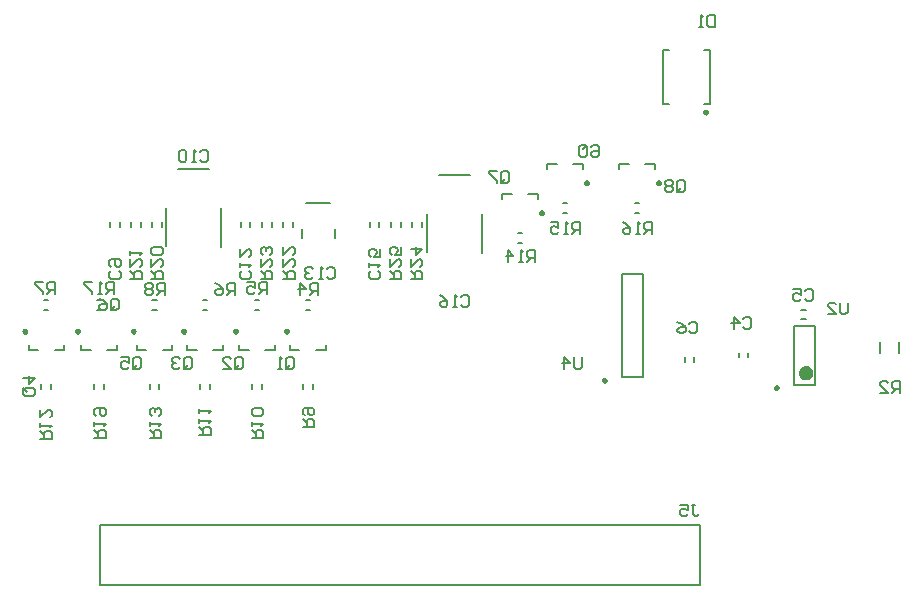
<source format=gbo>
%FSTAX23Y23*%
%MOIN*%
%SFA1B1*%

%IPPOS*%
%ADD10C,0.007870*%
%ADD17C,0.023620*%
%ADD51C,0.009840*%
%ADD52C,0.005910*%
%LNrpiadapterpcb-1*%
%LPD*%
G54D10*
X01551Y01195D02*
Y01325D01*
X0137Y01197D02*
Y01324D01*
X01409Y01454D02*
X01512D01*
X00681Y01215D02*
Y01345D01*
X005Y01217D02*
Y01344D01*
X00539Y01474D02*
X00642D01*
X01249Y01283D02*
Y01297D01*
X01281Y01283D02*
Y01297D01*
X01351Y01283D02*
Y01297D01*
X01319Y01283D02*
Y01297D01*
X00819Y01283D02*
Y01297D01*
X00851Y01283D02*
Y01297D01*
X00921Y01283D02*
Y01297D01*
X00889Y01283D02*
Y01297D01*
X00384Y01283D02*
Y01297D01*
X00416Y01283D02*
Y01297D01*
X00486Y01283D02*
Y01297D01*
X00454Y01283D02*
Y01297D01*
X00965Y01361D02*
X01047D01*
X01061Y01244D02*
Y01275D01*
X00951Y01244D02*
Y01275D01*
X0121Y01282D02*
Y01297D01*
X01179Y01282D02*
Y01297D01*
X0078Y01282D02*
Y01297D01*
X00749Y01282D02*
Y01297D01*
X00345Y01282D02*
Y01297D01*
X00314Y01282D02*
Y01297D01*
X02617Y00974D02*
X02632D01*
X02617Y01005D02*
X02632D01*
X0244Y00847D02*
Y00862D01*
X02409Y00847D02*
Y00862D01*
X00303Y00872D02*
X00335D01*
Y00888*
X00217Y00872D02*
X00248D01*
X00217D02*
Y00888D01*
X00454Y01038D02*
X00468D01*
X00454Y01006D02*
X00468D01*
X00269Y01038D02*
X00283D01*
X00269Y01006D02*
X00283D01*
X00093Y01038D02*
X00107D01*
X00093Y01006D02*
X00107D01*
X00622Y01038D02*
X00636D01*
X00622Y01006D02*
X00636D01*
X00796Y01038D02*
X0081D01*
X00796Y01006D02*
X0081D01*
X00965Y01038D02*
X00979D01*
X00965Y01006D02*
X00979D01*
X02019Y00783D02*
Y01126D01*
X0209Y00783D02*
Y01126D01*
X02019Y00783D02*
X0209D01*
X02019Y01126D02*
X0209D01*
X02229Y00832D02*
Y00847D01*
X0226Y00832D02*
Y00847D01*
X00279Y00087D02*
Y00287D01*
Y00087D02*
X02279D01*
X00279Y00287D02*
X02279D01*
Y00087D02*
Y00287D01*
X02313Y01691D02*
Y01872D01*
X02156Y01691D02*
Y01872D01*
X02293Y01691D02*
X02313D01*
X02293Y01872D02*
X02313D01*
X02156Y01691D02*
X02176D01*
X02156Y01872D02*
X02176D01*
X02063Y01361D02*
X02077D01*
X02063Y01329D02*
X02077D01*
X0201Y01492D02*
X02042D01*
X0201Y01476D02*
Y01492D01*
X02097D02*
X02129D01*
Y01476D02*
Y01492D01*
X01823Y01361D02*
X01837D01*
X01823Y01329D02*
X01837D01*
X0162Y01392D02*
X01652D01*
X0162Y01376D02*
Y01392D01*
X01707D02*
X01739D01*
Y01376D02*
Y01392D01*
X01673Y01261D02*
X01687D01*
X01673Y01229D02*
X01687D01*
X00787Y00743D02*
Y00757D01*
X00819Y00743D02*
Y00757D01*
X00956Y00743D02*
Y00757D01*
X00988Y00743D02*
Y00757D01*
X00613Y00743D02*
Y00757D01*
X00645Y00743D02*
Y00757D01*
X00084Y00743D02*
Y00757D01*
X00116Y00743D02*
Y00757D01*
X00445Y00743D02*
Y00757D01*
X00477Y00743D02*
Y00757D01*
X0026Y00743D02*
Y00757D01*
X00292Y00743D02*
Y00757D01*
X0177Y01492D02*
X01802D01*
X0177Y01476D02*
Y01492D01*
X01857D02*
X01889D01*
Y01476D02*
Y01492D01*
X00488Y00872D02*
X0052D01*
Y00888*
X00402Y00872D02*
X00433D01*
X00402D02*
Y00888D01*
X00128Y00872D02*
X00159D01*
Y00888*
X00041Y00872D02*
X00072D01*
X00041D02*
Y00888D01*
X00657Y00872D02*
X00688D01*
Y00888*
X0057Y00872D02*
X00602D01*
X0057D02*
Y00888D01*
X0083Y00872D02*
X00862D01*
Y00888*
X00743Y00872D02*
X00775D01*
X00743D02*
Y00888D01*
X00999Y00872D02*
X01031D01*
Y00888*
X00913Y00872D02*
X00944D01*
X00913D02*
Y00888D01*
X02592Y00953D02*
X02663D01*
X02592Y00756D02*
X02663D01*
Y00953*
X02592Y00756D02*
Y00953D01*
X02942Y00863D02*
Y00897D01*
X02878Y00863D02*
Y00897D01*
G54D17*
X02643Y00795D02*
D01*
X02643Y00796*
X02643Y00797*
X02643Y00798*
X02643Y00799*
X02642Y00799*
X02642Y008*
X02642Y00801*
X02641Y00802*
X02641Y00802*
X0264Y00803*
X0264Y00804*
X02639Y00804*
X02639Y00805*
X02638Y00805*
X02637Y00806*
X02636Y00806*
X02636Y00806*
X02635Y00807*
X02634Y00807*
X02633Y00807*
X02632Y00807*
X02632Y00807*
X02631*
X0263Y00807*
X02629Y00807*
X02628Y00807*
X02628Y00807*
X02627Y00806*
X02626Y00806*
X02625Y00806*
X02625Y00805*
X02624Y00805*
X02623Y00804*
X02623Y00804*
X02622Y00803*
X02622Y00802*
X02621Y00802*
X02621Y00801*
X0262Y008*
X0262Y00799*
X0262Y00799*
X0262Y00798*
X0262Y00797*
X02619Y00796*
X02619Y00795*
X02619Y00795*
X0262Y00794*
X0262Y00793*
X0262Y00792*
X0262Y00791*
X0262Y00791*
X02621Y0079*
X02621Y00789*
X02622Y00788*
X02622Y00788*
X02623Y00787*
X02623Y00787*
X02624Y00786*
X02625Y00786*
X02625Y00785*
X02626Y00785*
X02627Y00784*
X02628Y00784*
X02628Y00784*
X02629Y00784*
X0263Y00784*
X02631Y00784*
X02632*
X02632Y00784*
X02633Y00784*
X02634Y00784*
X02635Y00784*
X02636Y00784*
X02636Y00785*
X02637Y00785*
X02638Y00786*
X02639Y00786*
X02639Y00787*
X0264Y00787*
X0264Y00788*
X02641Y00788*
X02641Y00789*
X02642Y0079*
X02642Y00791*
X02642Y00791*
X02643Y00792*
X02643Y00793*
X02643Y00794*
X02643Y00795*
X02643Y00795*
G54D51*
X0021Y00935D02*
D01*
X0021Y00935*
X0021Y00936*
X0021Y00936*
X0021Y00936*
X00209Y00937*
X00209Y00937*
X00209Y00937*
X00209Y00938*
X00209Y00938*
X00209Y00938*
X00208Y00938*
X00208Y00939*
X00208Y00939*
X00208Y00939*
X00207Y00939*
X00207Y00939*
X00207Y00939*
X00206Y0094*
X00206Y0094*
X00206Y0094*
X00205Y0094*
X00205Y0094*
X00205*
X00204Y0094*
X00204Y0094*
X00204Y0094*
X00203Y0094*
X00203Y00939*
X00203Y00939*
X00202Y00939*
X00202Y00939*
X00202Y00939*
X00202Y00939*
X00201Y00938*
X00201Y00938*
X00201Y00938*
X00201Y00938*
X002Y00937*
X002Y00937*
X002Y00937*
X002Y00936*
X002Y00936*
X002Y00936*
X002Y00935*
X002Y00935*
X002Y00935*
X002Y00934*
X002Y00934*
X002Y00934*
X002Y00933*
X002Y00933*
X002Y00933*
X00201Y00932*
X00201Y00932*
X00201Y00932*
X00201Y00932*
X00202Y00931*
X00202Y00931*
X00202Y00931*
X00202Y00931*
X00203Y00931*
X00203Y0093*
X00203Y0093*
X00204Y0093*
X00204Y0093*
X00204Y0093*
X00205Y0093*
X00205*
X00205Y0093*
X00206Y0093*
X00206Y0093*
X00206Y0093*
X00207Y0093*
X00207Y00931*
X00207Y00931*
X00208Y00931*
X00208Y00931*
X00208Y00931*
X00208Y00932*
X00209Y00932*
X00209Y00932*
X00209Y00932*
X00209Y00933*
X00209Y00933*
X00209Y00933*
X0021Y00934*
X0021Y00934*
X0021Y00934*
X0021Y00935*
X0021Y00935*
X01965Y00771D02*
D01*
X01965Y00771*
X01965Y00772*
X01965Y00772*
X01965Y00772*
X01965Y00773*
X01965Y00773*
X01964Y00773*
X01964Y00774*
X01964Y00774*
X01964Y00774*
X01964Y00774*
X01963Y00775*
X01963Y00775*
X01963Y00775*
X01962Y00775*
X01962Y00775*
X01962Y00776*
X01962Y00776*
X01961Y00776*
X01961Y00776*
X01961Y00776*
X0196Y00776*
X0196*
X01959Y00776*
X01959Y00776*
X01959Y00776*
X01958Y00776*
X01958Y00776*
X01958Y00775*
X01958Y00775*
X01957Y00775*
X01957Y00775*
X01957Y00775*
X01956Y00774*
X01956Y00774*
X01956Y00774*
X01956Y00774*
X01956Y00773*
X01956Y00773*
X01955Y00773*
X01955Y00772*
X01955Y00772*
X01955Y00772*
X01955Y00771*
X01955Y00771*
X01955Y00771*
X01955Y0077*
X01955Y0077*
X01955Y0077*
X01955Y00769*
X01956Y00769*
X01956Y00769*
X01956Y00768*
X01956Y00768*
X01956Y00768*
X01956Y00768*
X01957Y00767*
X01957Y00767*
X01957Y00767*
X01958Y00767*
X01958Y00767*
X01958Y00766*
X01958Y00766*
X01959Y00766*
X01959Y00766*
X01959Y00766*
X0196Y00766*
X0196*
X01961Y00766*
X01961Y00766*
X01961Y00766*
X01962Y00766*
X01962Y00766*
X01962Y00767*
X01962Y00767*
X01963Y00767*
X01963Y00767*
X01963Y00767*
X01964Y00768*
X01964Y00768*
X01964Y00768*
X01964Y00768*
X01964Y00769*
X01965Y00769*
X01965Y00769*
X01965Y0077*
X01965Y0077*
X01965Y0077*
X01965Y00771*
X01965Y00771*
X02304Y01665D02*
D01*
X02304Y01666*
X02304Y01666*
X02304Y01666*
X02304Y01667*
X02304Y01667*
X02303Y01667*
X02303Y01668*
X02303Y01668*
X02303Y01668*
X02303Y01668*
X02302Y01669*
X02302Y01669*
X02302Y01669*
X02302Y01669*
X02301Y0167*
X02301Y0167*
X02301Y0167*
X023Y0167*
X023Y0167*
X023Y0167*
X02299Y0167*
X02299Y0167*
X02299*
X02298Y0167*
X02298Y0167*
X02298Y0167*
X02297Y0167*
X02297Y0167*
X02297Y0167*
X02296Y0167*
X02296Y01669*
X02296Y01669*
X02296Y01669*
X02295Y01669*
X02295Y01668*
X02295Y01668*
X02295Y01668*
X02295Y01668*
X02294Y01667*
X02294Y01667*
X02294Y01667*
X02294Y01666*
X02294Y01666*
X02294Y01666*
X02294Y01665*
X02294Y01665*
X02294Y01665*
X02294Y01664*
X02294Y01664*
X02294Y01664*
X02294Y01663*
X02295Y01663*
X02295Y01663*
X02295Y01662*
X02295Y01662*
X02295Y01662*
X02296Y01662*
X02296Y01661*
X02296Y01661*
X02296Y01661*
X02297Y01661*
X02297Y01661*
X02297Y01661*
X02298Y01661*
X02298Y0166*
X02298Y0166*
X02299Y0166*
X02299*
X02299Y0166*
X023Y0166*
X023Y01661*
X023Y01661*
X02301Y01661*
X02301Y01661*
X02301Y01661*
X02302Y01661*
X02302Y01661*
X02302Y01662*
X02302Y01662*
X02303Y01662*
X02303Y01662*
X02303Y01663*
X02303Y01663*
X02303Y01663*
X02304Y01664*
X02304Y01664*
X02304Y01664*
X02304Y01665*
X02304Y01665*
X02304Y01665*
X02145Y01429D02*
D01*
X02145Y01429*
X02145Y0143*
X02145Y0143*
X02145Y0143*
X02145Y01431*
X02145Y01431*
X02145Y01431*
X02145Y01432*
X02144Y01432*
X02144Y01432*
X02144Y01432*
X02144Y01433*
X02143Y01433*
X02143Y01433*
X02143Y01433*
X02143Y01433*
X02142Y01434*
X02142Y01434*
X02142Y01434*
X02141Y01434*
X02141Y01434*
X02141Y01434*
X0214*
X0214Y01434*
X0214Y01434*
X02139Y01434*
X02139Y01434*
X02139Y01434*
X02138Y01433*
X02138Y01433*
X02138Y01433*
X02137Y01433*
X02137Y01433*
X02137Y01432*
X02137Y01432*
X02136Y01432*
X02136Y01432*
X02136Y01431*
X02136Y01431*
X02136Y01431*
X02136Y0143*
X02136Y0143*
X02135Y0143*
X02135Y01429*
X02135Y01429*
X02135Y01429*
X02135Y01428*
X02136Y01428*
X02136Y01428*
X02136Y01427*
X02136Y01427*
X02136Y01427*
X02136Y01426*
X02136Y01426*
X02137Y01426*
X02137Y01426*
X02137Y01425*
X02137Y01425*
X02138Y01425*
X02138Y01425*
X02138Y01425*
X02139Y01425*
X02139Y01424*
X02139Y01424*
X0214Y01424*
X0214Y01424*
X0214Y01424*
X02141*
X02141Y01424*
X02141Y01424*
X02142Y01424*
X02142Y01424*
X02142Y01425*
X02143Y01425*
X02143Y01425*
X02143Y01425*
X02143Y01425*
X02144Y01425*
X02144Y01426*
X02144Y01426*
X02144Y01426*
X02145Y01426*
X02145Y01427*
X02145Y01427*
X02145Y01427*
X02145Y01428*
X02145Y01428*
X02145Y01428*
X02145Y01429*
X02145Y01429*
X01755Y01329D02*
D01*
X01755Y01329*
X01755Y0133*
X01755Y0133*
X01755Y0133*
X01755Y01331*
X01755Y01331*
X01755Y01331*
X01755Y01332*
X01754Y01332*
X01754Y01332*
X01754Y01332*
X01754Y01333*
X01753Y01333*
X01753Y01333*
X01753Y01333*
X01753Y01333*
X01752Y01334*
X01752Y01334*
X01752Y01334*
X01751Y01334*
X01751Y01334*
X01751Y01334*
X0175*
X0175Y01334*
X0175Y01334*
X01749Y01334*
X01749Y01334*
X01749Y01334*
X01748Y01333*
X01748Y01333*
X01748Y01333*
X01747Y01333*
X01747Y01333*
X01747Y01332*
X01747Y01332*
X01746Y01332*
X01746Y01332*
X01746Y01331*
X01746Y01331*
X01746Y01331*
X01746Y0133*
X01746Y0133*
X01745Y0133*
X01745Y01329*
X01745Y01329*
X01745Y01329*
X01745Y01328*
X01746Y01328*
X01746Y01328*
X01746Y01327*
X01746Y01327*
X01746Y01327*
X01746Y01326*
X01746Y01326*
X01747Y01326*
X01747Y01326*
X01747Y01325*
X01747Y01325*
X01748Y01325*
X01748Y01325*
X01748Y01325*
X01749Y01325*
X01749Y01324*
X01749Y01324*
X0175Y01324*
X0175Y01324*
X0175Y01324*
X01751*
X01751Y01324*
X01751Y01324*
X01752Y01324*
X01752Y01324*
X01752Y01325*
X01753Y01325*
X01753Y01325*
X01753Y01325*
X01753Y01325*
X01754Y01325*
X01754Y01326*
X01754Y01326*
X01754Y01326*
X01755Y01326*
X01755Y01327*
X01755Y01327*
X01755Y01327*
X01755Y01328*
X01755Y01328*
X01755Y01328*
X01755Y01329*
X01755Y01329*
X01905Y01429D02*
D01*
X01905Y01429*
X01905Y0143*
X01905Y0143*
X01905Y0143*
X01905Y01431*
X01905Y01431*
X01905Y01431*
X01905Y01432*
X01904Y01432*
X01904Y01432*
X01904Y01432*
X01904Y01433*
X01903Y01433*
X01903Y01433*
X01903Y01433*
X01903Y01433*
X01902Y01434*
X01902Y01434*
X01902Y01434*
X01901Y01434*
X01901Y01434*
X01901Y01434*
X019*
X019Y01434*
X019Y01434*
X01899Y01434*
X01899Y01434*
X01899Y01434*
X01898Y01433*
X01898Y01433*
X01898Y01433*
X01897Y01433*
X01897Y01433*
X01897Y01432*
X01897Y01432*
X01896Y01432*
X01896Y01432*
X01896Y01431*
X01896Y01431*
X01896Y01431*
X01896Y0143*
X01896Y0143*
X01895Y0143*
X01895Y01429*
X01895Y01429*
X01895Y01429*
X01895Y01428*
X01896Y01428*
X01896Y01428*
X01896Y01427*
X01896Y01427*
X01896Y01427*
X01896Y01426*
X01896Y01426*
X01897Y01426*
X01897Y01426*
X01897Y01425*
X01897Y01425*
X01898Y01425*
X01898Y01425*
X01898Y01425*
X01899Y01425*
X01899Y01424*
X01899Y01424*
X019Y01424*
X019Y01424*
X019Y01424*
X01901*
X01901Y01424*
X01901Y01424*
X01902Y01424*
X01902Y01424*
X01902Y01425*
X01903Y01425*
X01903Y01425*
X01903Y01425*
X01903Y01425*
X01904Y01425*
X01904Y01426*
X01904Y01426*
X01904Y01426*
X01905Y01426*
X01905Y01427*
X01905Y01427*
X01905Y01427*
X01905Y01428*
X01905Y01428*
X01905Y01428*
X01905Y01429*
X01905Y01429*
X00395Y00935D02*
D01*
X00395Y00935*
X00395Y00936*
X00395Y00936*
X00395Y00936*
X00394Y00937*
X00394Y00937*
X00394Y00937*
X00394Y00938*
X00394Y00938*
X00394Y00938*
X00393Y00938*
X00393Y00939*
X00393Y00939*
X00393Y00939*
X00392Y00939*
X00392Y00939*
X00392Y00939*
X00391Y0094*
X00391Y0094*
X00391Y0094*
X0039Y0094*
X0039Y0094*
X0039*
X00389Y0094*
X00389Y0094*
X00389Y0094*
X00388Y0094*
X00388Y00939*
X00388Y00939*
X00387Y00939*
X00387Y00939*
X00387Y00939*
X00387Y00939*
X00386Y00938*
X00386Y00938*
X00386Y00938*
X00386Y00938*
X00386Y00937*
X00385Y00937*
X00385Y00937*
X00385Y00936*
X00385Y00936*
X00385Y00936*
X00385Y00935*
X00385Y00935*
X00385Y00935*
X00385Y00934*
X00385Y00934*
X00385Y00934*
X00385Y00933*
X00385Y00933*
X00386Y00933*
X00386Y00932*
X00386Y00932*
X00386Y00932*
X00386Y00932*
X00387Y00931*
X00387Y00931*
X00387Y00931*
X00387Y00931*
X00388Y00931*
X00388Y0093*
X00388Y0093*
X00389Y0093*
X00389Y0093*
X00389Y0093*
X0039Y0093*
X0039*
X0039Y0093*
X00391Y0093*
X00391Y0093*
X00391Y0093*
X00392Y0093*
X00392Y00931*
X00392Y00931*
X00393Y00931*
X00393Y00931*
X00393Y00931*
X00393Y00932*
X00394Y00932*
X00394Y00932*
X00394Y00932*
X00394Y00933*
X00394Y00933*
X00394Y00933*
X00395Y00934*
X00395Y00934*
X00395Y00934*
X00395Y00935*
X00395Y00935*
X00034D02*
D01*
X00034Y00935*
X00034Y00936*
X00034Y00936*
X00034Y00936*
X00034Y00937*
X00034Y00937*
X00033Y00937*
X00033Y00938*
X00033Y00938*
X00033Y00938*
X00033Y00938*
X00032Y00939*
X00032Y00939*
X00032Y00939*
X00032Y00939*
X00031Y00939*
X00031Y00939*
X00031Y0094*
X0003Y0094*
X0003Y0094*
X0003Y0094*
X00029Y0094*
X00029*
X00029Y0094*
X00028Y0094*
X00028Y0094*
X00028Y0094*
X00027Y00939*
X00027Y00939*
X00027Y00939*
X00026Y00939*
X00026Y00939*
X00026Y00939*
X00026Y00938*
X00025Y00938*
X00025Y00938*
X00025Y00938*
X00025Y00937*
X00025Y00937*
X00025Y00937*
X00024Y00936*
X00024Y00936*
X00024Y00936*
X00024Y00935*
X00024Y00935*
X00024Y00935*
X00024Y00934*
X00024Y00934*
X00024Y00934*
X00025Y00933*
X00025Y00933*
X00025Y00933*
X00025Y00932*
X00025Y00932*
X00025Y00932*
X00026Y00932*
X00026Y00931*
X00026Y00931*
X00026Y00931*
X00027Y00931*
X00027Y00931*
X00027Y0093*
X00028Y0093*
X00028Y0093*
X00028Y0093*
X00029Y0093*
X00029Y0093*
X00029*
X0003Y0093*
X0003Y0093*
X0003Y0093*
X00031Y0093*
X00031Y0093*
X00031Y00931*
X00032Y00931*
X00032Y00931*
X00032Y00931*
X00032Y00931*
X00033Y00932*
X00033Y00932*
X00033Y00932*
X00033Y00932*
X00033Y00933*
X00034Y00933*
X00034Y00933*
X00034Y00934*
X00034Y00934*
X00034Y00934*
X00034Y00935*
X00034Y00935*
X00563D02*
D01*
X00563Y00935*
X00563Y00936*
X00563Y00936*
X00563Y00936*
X00563Y00937*
X00563Y00937*
X00563Y00937*
X00563Y00938*
X00562Y00938*
X00562Y00938*
X00562Y00938*
X00562Y00939*
X00561Y00939*
X00561Y00939*
X00561Y00939*
X00561Y00939*
X0056Y00939*
X0056Y0094*
X0056Y0094*
X00559Y0094*
X00559Y0094*
X00559Y0094*
X00558*
X00558Y0094*
X00558Y0094*
X00557Y0094*
X00557Y0094*
X00557Y00939*
X00556Y00939*
X00556Y00939*
X00556Y00939*
X00555Y00939*
X00555Y00939*
X00555Y00938*
X00555Y00938*
X00554Y00938*
X00554Y00938*
X00554Y00937*
X00554Y00937*
X00554Y00937*
X00554Y00936*
X00554Y00936*
X00554Y00936*
X00554Y00935*
X00554Y00935*
X00554Y00935*
X00554Y00934*
X00554Y00934*
X00554Y00934*
X00554Y00933*
X00554Y00933*
X00554Y00933*
X00554Y00932*
X00554Y00932*
X00555Y00932*
X00555Y00932*
X00555Y00931*
X00555Y00931*
X00556Y00931*
X00556Y00931*
X00556Y00931*
X00557Y0093*
X00557Y0093*
X00557Y0093*
X00558Y0093*
X00558Y0093*
X00558Y0093*
X00559*
X00559Y0093*
X00559Y0093*
X0056Y0093*
X0056Y0093*
X0056Y0093*
X00561Y00931*
X00561Y00931*
X00561Y00931*
X00561Y00931*
X00562Y00931*
X00562Y00932*
X00562Y00932*
X00562Y00932*
X00563Y00932*
X00563Y00933*
X00563Y00933*
X00563Y00933*
X00563Y00934*
X00563Y00934*
X00563Y00934*
X00563Y00935*
X00563Y00935*
X00737D02*
D01*
X00737Y00935*
X00737Y00936*
X00736Y00936*
X00736Y00936*
X00736Y00937*
X00736Y00937*
X00736Y00937*
X00736Y00938*
X00736Y00938*
X00735Y00938*
X00735Y00938*
X00735Y00939*
X00735Y00939*
X00734Y00939*
X00734Y00939*
X00734Y00939*
X00734Y00939*
X00733Y0094*
X00733Y0094*
X00733Y0094*
X00732Y0094*
X00732Y0094*
X00731*
X00731Y0094*
X00731Y0094*
X0073Y0094*
X0073Y0094*
X0073Y00939*
X0073Y00939*
X00729Y00939*
X00729Y00939*
X00729Y00939*
X00728Y00939*
X00728Y00938*
X00728Y00938*
X00728Y00938*
X00727Y00938*
X00727Y00937*
X00727Y00937*
X00727Y00937*
X00727Y00936*
X00727Y00936*
X00727Y00936*
X00727Y00935*
X00727Y00935*
X00727Y00935*
X00727Y00934*
X00727Y00934*
X00727Y00934*
X00727Y00933*
X00727Y00933*
X00727Y00933*
X00727Y00932*
X00728Y00932*
X00728Y00932*
X00728Y00932*
X00728Y00931*
X00729Y00931*
X00729Y00931*
X00729Y00931*
X0073Y00931*
X0073Y0093*
X0073Y0093*
X0073Y0093*
X00731Y0093*
X00731Y0093*
X00731Y0093*
X00732*
X00732Y0093*
X00733Y0093*
X00733Y0093*
X00733Y0093*
X00734Y0093*
X00734Y00931*
X00734Y00931*
X00734Y00931*
X00735Y00931*
X00735Y00931*
X00735Y00932*
X00735Y00932*
X00736Y00932*
X00736Y00932*
X00736Y00933*
X00736Y00933*
X00736Y00933*
X00736Y00934*
X00736Y00934*
X00737Y00934*
X00737Y00935*
X00737Y00935*
X00906D02*
D01*
X00906Y00935*
X00906Y00936*
X00906Y00936*
X00906Y00936*
X00906Y00937*
X00905Y00937*
X00905Y00937*
X00905Y00938*
X00905Y00938*
X00905Y00938*
X00904Y00938*
X00904Y00939*
X00904Y00939*
X00904Y00939*
X00903Y00939*
X00903Y00939*
X00903Y00939*
X00902Y0094*
X00902Y0094*
X00902Y0094*
X00901Y0094*
X00901Y0094*
X00901*
X009Y0094*
X009Y0094*
X009Y0094*
X00899Y0094*
X00899Y00939*
X00899Y00939*
X00899Y00939*
X00898Y00939*
X00898Y00939*
X00898Y00939*
X00897Y00938*
X00897Y00938*
X00897Y00938*
X00897Y00938*
X00897Y00937*
X00896Y00937*
X00896Y00937*
X00896Y00936*
X00896Y00936*
X00896Y00936*
X00896Y00935*
X00896Y00935*
X00896Y00935*
X00896Y00934*
X00896Y00934*
X00896Y00934*
X00896Y00933*
X00896Y00933*
X00897Y00933*
X00897Y00932*
X00897Y00932*
X00897Y00932*
X00897Y00932*
X00898Y00931*
X00898Y00931*
X00898Y00931*
X00899Y00931*
X00899Y00931*
X00899Y0093*
X00899Y0093*
X009Y0093*
X009Y0093*
X009Y0093*
X00901Y0093*
X00901*
X00901Y0093*
X00902Y0093*
X00902Y0093*
X00902Y0093*
X00903Y0093*
X00903Y00931*
X00903Y00931*
X00904Y00931*
X00904Y00931*
X00904Y00931*
X00904Y00932*
X00905Y00932*
X00905Y00932*
X00905Y00932*
X00905Y00933*
X00905Y00933*
X00906Y00933*
X00906Y00934*
X00906Y00934*
X00906Y00934*
X00906Y00935*
X00906Y00935*
X02538Y00746D02*
D01*
X02538Y00746*
X02538Y00747*
X02538Y00747*
X02538Y00747*
X02537Y00748*
X02537Y00748*
X02537Y00748*
X02537Y00749*
X02537Y00749*
X02537Y00749*
X02536Y00749*
X02536Y0075*
X02536Y0075*
X02536Y0075*
X02535Y0075*
X02535Y0075*
X02535Y00751*
X02534Y00751*
X02534Y00751*
X02534Y00751*
X02533Y00751*
X02533Y00751*
X02533*
X02532Y00751*
X02532Y00751*
X02532Y00751*
X02531Y00751*
X02531Y00751*
X02531Y0075*
X0253Y0075*
X0253Y0075*
X0253Y0075*
X0253Y0075*
X02529Y00749*
X02529Y00749*
X02529Y00749*
X02529Y00749*
X02528Y00748*
X02528Y00748*
X02528Y00748*
X02528Y00747*
X02528Y00747*
X02528Y00747*
X02528Y00746*
X02528Y00746*
X02528Y00746*
X02528Y00745*
X02528Y00745*
X02528Y00745*
X02528Y00744*
X02528Y00744*
X02528Y00744*
X02529Y00743*
X02529Y00743*
X02529Y00743*
X02529Y00743*
X0253Y00742*
X0253Y00742*
X0253Y00742*
X0253Y00742*
X02531Y00742*
X02531Y00741*
X02531Y00741*
X02532Y00741*
X02532Y00741*
X02532Y00741*
X02533Y00741*
X02533*
X02533Y00741*
X02534Y00741*
X02534Y00741*
X02534Y00741*
X02535Y00741*
X02535Y00742*
X02535Y00742*
X02536Y00742*
X02536Y00742*
X02536Y00742*
X02536Y00743*
X02537Y00743*
X02537Y00743*
X02537Y00743*
X02537Y00744*
X02537Y00744*
X02537Y00744*
X02538Y00745*
X02538Y00745*
X02538Y00745*
X02538Y00746*
X02538Y00746*
G54D52*
X02424Y00975D02*
X0243Y00981D01*
X02443*
X0245Y00975*
Y00949*
X02443Y00942*
X0243*
X02424Y00949*
X02391Y00942D02*
Y00981D01*
X02411Y00962*
X02384*
X02628Y01067D02*
X02635Y01074D01*
X02648*
X02655Y01067*
Y01041*
X02648Y01035*
X02635*
X02628Y01041*
X02589Y01074D02*
X02615D01*
Y01054*
X02602Y01061*
X02595*
X02589Y01054*
Y01041*
X02595Y01035*
X02609*
X02615Y01041*
X02244Y0096D02*
X0225Y00966D01*
X02263*
X0227Y0096*
Y00934*
X02263Y00927*
X0225*
X02244Y00934*
X02204Y00966D02*
X02218Y0096D01*
X02231Y00947*
Y00934*
X02224Y00927*
X02211*
X02204Y00934*
Y0094*
X02211Y00947*
X02231*
X00342Y01136D02*
X00349Y01129D01*
Y01116*
X00342Y0111*
X00316*
X0031Y01116*
Y01129*
X00316Y01136*
Y01149D02*
X0031Y01155D01*
Y01169*
X00316Y01175*
X00342*
X00349Y01169*
Y01155*
X00342Y01149*
X00336*
X00329Y01155*
Y01175*
X00777Y01136D02*
X00784Y01129D01*
Y01116*
X00777Y0111*
X00751*
X00745Y01116*
Y01129*
X00751Y01136*
X00745Y01149D02*
Y01162D01*
Y01155*
X00784*
X00777Y01149*
X00745Y01208D02*
Y01182D01*
X00771Y01208*
X00777*
X00784Y01201*
Y01188*
X00777Y01182*
X01207Y01136D02*
X01214Y01129D01*
Y01116*
X01207Y0111*
X01181*
X01175Y01116*
Y01129*
X01181Y01136*
X01175Y01149D02*
Y01162D01*
Y01155*
X01214*
X01207Y01149*
X01214Y01208D02*
Y01182D01*
X01194*
X01201Y01195*
Y01201*
X01194Y01208*
X01181*
X01175Y01201*
Y01188*
X01181Y01182*
X00613Y01532D02*
X0062Y01539D01*
X00633*
X0064Y01532*
Y01506*
X00633Y015*
X0062*
X00613Y01506*
X006Y015D02*
X00587D01*
X00594*
Y01539*
X006Y01532*
X00567D02*
X00561Y01539D01*
X00548*
X00541Y01532*
Y01506*
X00548Y015*
X00561*
X00567Y01506*
Y01532*
X01035Y01142D02*
X01041Y01149D01*
X01054*
X01061Y01142*
Y01116*
X01054Y0111*
X01041*
X01035Y01116*
X01022Y0111D02*
X01009D01*
X01015*
Y01149*
X01022Y01142*
X00989D02*
X00982Y01149D01*
X00969*
X00963Y01142*
Y01136*
X00969Y01129*
X00976*
X00969*
X00963Y01123*
Y01116*
X00969Y0111*
X00982*
X00989Y01116*
X01483Y01047D02*
X0149Y01054D01*
X01503*
X0151Y01047*
Y01021*
X01503Y01015*
X0149*
X01483Y01021*
X0147Y01015D02*
X01457D01*
X01464*
Y01054*
X0147Y01047*
X01411Y01054D02*
X01424Y01047D01*
X01437Y01034*
Y01021*
X01431Y01015*
X01418*
X01411Y01021*
Y01028*
X01418Y01034*
X01437*
X02328Y01989D02*
Y0195D01*
X02308*
X02302Y01956*
Y01983*
X02308Y01989*
X02328*
X02288Y0195D02*
X02275D01*
X02282*
Y01989*
X02288Y01983*
X02251Y00356D02*
X02264D01*
X02257*
Y00324*
X02264Y00317*
X0227*
X02277Y00324*
X02211Y00356D02*
X02238D01*
Y00337*
X02225Y00343*
X02218*
X02211Y00337*
Y00324*
X02218Y00317*
X02231*
X02238Y00324*
X00315Y01011D02*
Y01037D01*
X00321Y01043*
X00334*
X00341Y01037*
Y01011*
X00334Y01004*
X00321*
X00328Y01017D02*
X00315Y01004D01*
X00321D02*
X00315Y01011D01*
X00275Y01043D02*
X00289Y01037D01*
X00302Y01024*
Y01011*
X00295Y01004*
X00282*
X00275Y01011*
Y01017*
X00282Y01024*
X00302*
X00898Y00816D02*
Y00842D01*
X00905Y00849*
X00918*
X00925Y00842*
Y00816*
X00918Y0081*
X00905*
X00911Y00823D02*
X00898Y0081D01*
X00905D02*
X00898Y00816D01*
X00885Y0081D02*
X00872D01*
X00879*
Y00849*
X00885Y00842*
X01616Y01436D02*
Y01462D01*
X01622Y01469*
X01636*
X01642Y01462*
Y01436*
X01636Y0143*
X01622*
X01629Y01443D02*
X01616Y0143D01*
X01622D02*
X01616Y01436D01*
X01603Y01469D02*
X01577D01*
Y01462*
X01603Y01436*
Y0143*
X00728Y00816D02*
Y00842D01*
X00735Y00849*
X00748*
X00755Y00842*
Y00816*
X00748Y0081*
X00735*
X00741Y00823D02*
X00728Y0081D01*
X00735D02*
X00728Y00816D01*
X00689Y0081D02*
X00715D01*
X00689Y00836*
Y00842*
X00695Y00849*
X00709*
X00715Y00842*
X02203Y01406D02*
Y01432D01*
X0221Y01439*
X02223*
X0223Y01432*
Y01406*
X02223Y014*
X0221*
X02216Y01413D02*
X02203Y014D01*
X0221D02*
X02203Y01406D01*
X0219Y01432D02*
X02184Y01439D01*
X0217*
X02164Y01432*
Y01426*
X0217Y01419*
X02164Y01413*
Y01406*
X0217Y014*
X02184*
X0219Y01406*
Y01413*
X02184Y01419*
X0219Y01426*
Y01432*
X02184Y01419D02*
X0217D01*
X00558Y00816D02*
Y00842D01*
X00565Y00849*
X00578*
X00585Y00842*
Y00816*
X00578Y0081*
X00565*
X00571Y00823D02*
X00558Y0081D01*
X00565D02*
X00558Y00816D01*
X00545Y00842D02*
X00539Y00849D01*
X00525*
X00519Y00842*
Y00836*
X00525Y00829*
X00532*
X00525*
X00519Y00823*
Y00816*
X00525Y0081*
X00539*
X00545Y00816*
X00029Y00746D02*
X00055D01*
X00062Y00739*
Y00726*
X00055Y0072*
X00029*
X00023Y00726*
Y00739*
X00036Y00733D02*
X00023Y00746D01*
Y00739D02*
X00029Y00746D01*
X00023Y00779D02*
X00062D01*
X00042Y00759*
Y00785*
X01902Y01548D02*
Y01522D01*
X01895Y01515*
X01882*
X01876Y01522*
Y01548*
X01882Y01555*
X01895*
X01889Y01541D02*
X01902Y01555D01*
X01895D02*
X01902Y01548D01*
X01915D02*
X01922Y01555D01*
X01935*
X01941Y01548*
Y01522*
X01935Y01515*
X01922*
X01915Y01522*
Y01528*
X01922Y01535*
X01941*
X00388Y00816D02*
Y00842D01*
X00395Y00849*
X00408*
X00415Y00842*
Y00816*
X00408Y0081*
X00395*
X00401Y00823D02*
X00388Y0081D01*
X00395D02*
X00388Y00816D01*
X00349Y00849D02*
X00375D01*
Y00829*
X00362Y00836*
X00355*
X00349Y00829*
Y00816*
X00355Y0081*
X00369*
X00375Y00816*
X02945Y0073D02*
Y00769D01*
X02925*
X02918Y00762*
Y00749*
X02925Y00743*
X02945*
X02931D02*
X02918Y0073D01*
X02879D02*
X02905D01*
X02879Y00756*
Y00762*
X02885Y00769*
X02899*
X02905Y00762*
X0173Y01165D02*
Y01204D01*
X0171*
X01703Y01197*
Y01184*
X0171Y01178*
X0173*
X01716D02*
X01703Y01165D01*
X0169D02*
X01677D01*
X01684*
Y01204*
X0169Y01197*
X01638Y01165D02*
Y01204D01*
X01657Y01184*
X01631*
X01005Y01055D02*
Y01094D01*
X00985*
X00978Y01087*
Y01074*
X00985Y01068*
X01005*
X00991D02*
X00978Y01055D01*
X00945D02*
Y01094D01*
X00965Y01074*
X00939*
X00955Y00615D02*
X00994D01*
Y00634*
X00987Y00641*
X00974*
X00968Y00634*
Y00615*
Y00628D02*
X00955Y00641D01*
X00961Y00654D02*
X00955Y0066D01*
Y00674*
X00961Y0068*
X00987*
X00994Y00674*
Y0066*
X00987Y00654*
X00981*
X00974Y0066*
Y0068*
X0188Y0126D02*
Y01299D01*
X0186*
X01853Y01292*
Y01279*
X0186Y01273*
X0188*
X01866D02*
X01853Y0126D01*
X0184D02*
X01827D01*
X01834*
Y01299*
X0184Y01292*
X01781Y01299D02*
X01807D01*
Y01279*
X01794Y01286*
X01788*
X01781Y01279*
Y01266*
X01788Y0126*
X01801*
X01807Y01266*
X00835Y0106D02*
Y01099D01*
X00815*
X00808Y01092*
Y01079*
X00815Y01073*
X00835*
X00821D02*
X00808Y0106D01*
X00769Y01099D02*
X00795D01*
Y01079*
X00782Y01086*
X00775*
X00769Y01079*
Y01066*
X00775Y0106*
X00789*
X00795Y01066*
X00785Y0058D02*
X00824D01*
Y00599*
X00817Y00606*
X00804*
X00798Y00599*
Y0058*
Y00593D02*
X00785Y00606D01*
Y00619D02*
Y00632D01*
Y00625*
X00824*
X00817Y00619*
Y00652D02*
X00824Y00658D01*
Y00671*
X00817Y00678*
X00791*
X00785Y00671*
Y00658*
X00791Y00652*
X00817*
X0212Y0126D02*
Y01299D01*
X021*
X02093Y01292*
Y01279*
X021Y01273*
X0212*
X02106D02*
X02093Y0126D01*
X0208D02*
X02067D01*
X02074*
Y01299*
X0208Y01292*
X02021Y01299D02*
X02034Y01292D01*
X02047Y01279*
Y01266*
X02041Y0126*
X02028*
X02021Y01266*
Y01273*
X02028Y01279*
X02047*
X0073Y01055D02*
Y01094D01*
X0071*
X00703Y01087*
Y01074*
X0071Y01068*
X0073*
X00716D02*
X00703Y01055D01*
X00664Y01094D02*
X00677Y01087D01*
X0069Y01074*
Y01061*
X00684Y01055*
X0067*
X00664Y01061*
Y01068*
X0067Y01074*
X0069*
X0061Y0059D02*
X00649D01*
Y00609*
X00642Y00616*
X00629*
X00623Y00609*
Y0059*
Y00603D02*
X0061Y00616D01*
Y00629D02*
Y00642D01*
Y00635*
X00649*
X00642Y00629*
X0061Y00662D02*
Y00675D01*
Y00668*
X00649*
X00642Y00662*
X0013Y0106D02*
Y01099D01*
X0011*
X00103Y01092*
Y01079*
X0011Y01073*
X0013*
X00116D02*
X00103Y0106D01*
X0009Y01099D02*
X00064D01*
Y01092*
X0009Y01066*
Y0106*
X0008Y00575D02*
X00119D01*
Y00594*
X00112Y00601*
X00099*
X00093Y00594*
Y00575*
Y00588D02*
X0008Y00601D01*
Y00614D02*
Y00627D01*
Y0062*
X00119*
X00112Y00614*
X0008Y00673D02*
Y00647D01*
X00106Y00673*
X00112*
X00119Y00666*
Y00653*
X00112Y00647*
X00325Y0106D02*
Y01099D01*
X00305*
X00298Y01092*
Y01079*
X00305Y01073*
X00325*
X00311D02*
X00298Y0106D01*
X00285D02*
X00272D01*
X00279*
Y01099*
X00285Y01092*
X00252Y01099D02*
X00226D01*
Y01092*
X00252Y01066*
Y0106*
X0026Y0058D02*
X00299D01*
Y00599*
X00292Y00606*
X00279*
X00273Y00599*
Y0058*
Y00593D02*
X0026Y00606D01*
Y00619D02*
Y00632D01*
Y00625*
X00299*
X00292Y00619*
X00266Y00652D02*
X0026Y00658D01*
Y00671*
X00266Y00678*
X00292*
X00299Y00671*
Y00658*
X00292Y00652*
X00286*
X00279Y00658*
Y00678*
X00495Y01055D02*
Y01094D01*
X00475*
X00468Y01087*
Y01074*
X00475Y01068*
X00495*
X00481D02*
X00468Y01055D01*
X00455Y01087D02*
X00449Y01094D01*
X00435*
X00429Y01087*
Y01081*
X00435Y01074*
X00429Y01068*
Y01061*
X00435Y01055*
X00449*
X00455Y01061*
Y01068*
X00449Y01074*
X00455Y01081*
Y01087*
X00449Y01074D02*
X00435D01*
X00445Y0058D02*
X00484D01*
Y00599*
X00477Y00606*
X00464*
X00458Y00599*
Y0058*
Y00593D02*
X00445Y00606D01*
Y00619D02*
Y00632D01*
Y00625*
X00484*
X00477Y00619*
Y00652D02*
X00484Y00658D01*
Y00671*
X00477Y00678*
X00471*
X00464Y00671*
Y00665*
Y00671*
X00458Y00678*
X00451*
X00445Y00671*
Y00658*
X00451Y00652*
X0045Y0111D02*
X00489D01*
Y01129*
X00482Y01136*
X00469*
X00463Y01129*
Y0111*
Y01123D02*
X0045Y01136D01*
Y01175D02*
Y01149D01*
X00476Y01175*
X00482*
X00489Y01169*
Y01155*
X00482Y01149*
Y01188D02*
X00489Y01195D01*
Y01208*
X00482Y01214*
X00456*
X0045Y01208*
Y01195*
X00456Y01188*
X00482*
X0038Y0111D02*
X00419D01*
Y01129*
X00412Y01136*
X00399*
X00393Y01129*
Y0111*
Y01123D02*
X0038Y01136D01*
Y01175D02*
Y01149D01*
X00406Y01175*
X00412*
X00419Y01169*
Y01155*
X00412Y01149*
X0038Y01188D02*
Y01201D01*
Y01195*
X00419*
X00412Y01188*
X0089Y0111D02*
X00929D01*
Y01129*
X00922Y01136*
X00909*
X00903Y01129*
Y0111*
Y01123D02*
X0089Y01136D01*
Y01175D02*
Y01149D01*
X00916Y01175*
X00922*
X00929Y01169*
Y01155*
X00922Y01149*
X0089Y01214D02*
Y01188D01*
X00916Y01214*
X00922*
X00929Y01208*
Y01195*
X00922Y01188*
X00815Y0111D02*
X00854D01*
Y01129*
X00847Y01136*
X00834*
X00828Y01129*
Y0111*
Y01123D02*
X00815Y01136D01*
Y01175D02*
Y01149D01*
X00841Y01175*
X00847*
X00854Y01169*
Y01155*
X00847Y01149*
Y01188D02*
X00854Y01195D01*
Y01208*
X00847Y01214*
X00841*
X00834Y01208*
Y01201*
Y01208*
X00828Y01214*
X00821*
X00815Y01208*
Y01195*
X00821Y01188*
X01315Y0111D02*
X01354D01*
Y01129*
X01347Y01136*
X01334*
X01328Y01129*
Y0111*
Y01123D02*
X01315Y01136D01*
Y01175D02*
Y01149D01*
X01341Y01175*
X01347*
X01354Y01169*
Y01155*
X01347Y01149*
X01315Y01208D02*
X01354D01*
X01334Y01188*
Y01214*
X01245Y0111D02*
X01284D01*
Y01129*
X01277Y01136*
X01264*
X01258Y01129*
Y0111*
Y01123D02*
X01245Y01136D01*
Y01175D02*
Y01149D01*
X01271Y01175*
X01277*
X01284Y01169*
Y01155*
X01277Y01149*
X01284Y01214D02*
Y01188D01*
X01264*
X01271Y01201*
Y01208*
X01264Y01214*
X01251*
X01245Y01208*
Y01195*
X01251Y01188*
X02771Y0103D02*
Y00998D01*
X02764Y00991*
X02751*
X02745Y00998*
Y0103*
X02705Y00991D02*
X02732D01*
X02705Y01017*
Y01024*
X02712Y0103*
X02725*
X02732Y01024*
X01885Y00849D02*
Y00816D01*
X01878Y0081*
X01865*
X01858Y00816*
Y00849*
X01825Y0081D02*
Y00849D01*
X01845Y00829*
X01819*
M02*
</source>
